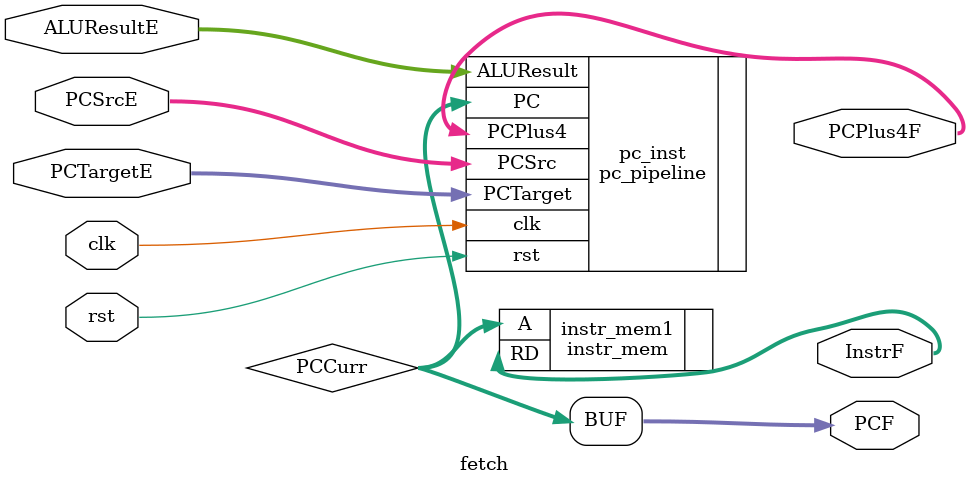
<source format=sv>
module fetch(

    input logic        clk,
    input logic        rst,
    input logic [1:0]  PCSrcE,
    input logic [31:0] PCTargetE,
    input logic [31:0] ALUResultE,


    output logic [31:0] InstrF,
    output logic [31:0] PCF,
    output logic [31:0] PCPlus4F

);

assign PCF = PCCurr;

logic [31:0] PCCurr;


pc_pipeline pc_inst(

    .clk(clk),
    .rst(rst),
    .PCSrc(PCSrcE),
    .ALUResult(ALUResultE),
    .PCTarget(PCTargetE),
    .PCPlus4(PCPlus4F),
    .PC(PCCurr)

);


instr_mem instr_mem1(

    .A(PCCurr),

    .RD(InstrF)

);


endmodule

</source>
